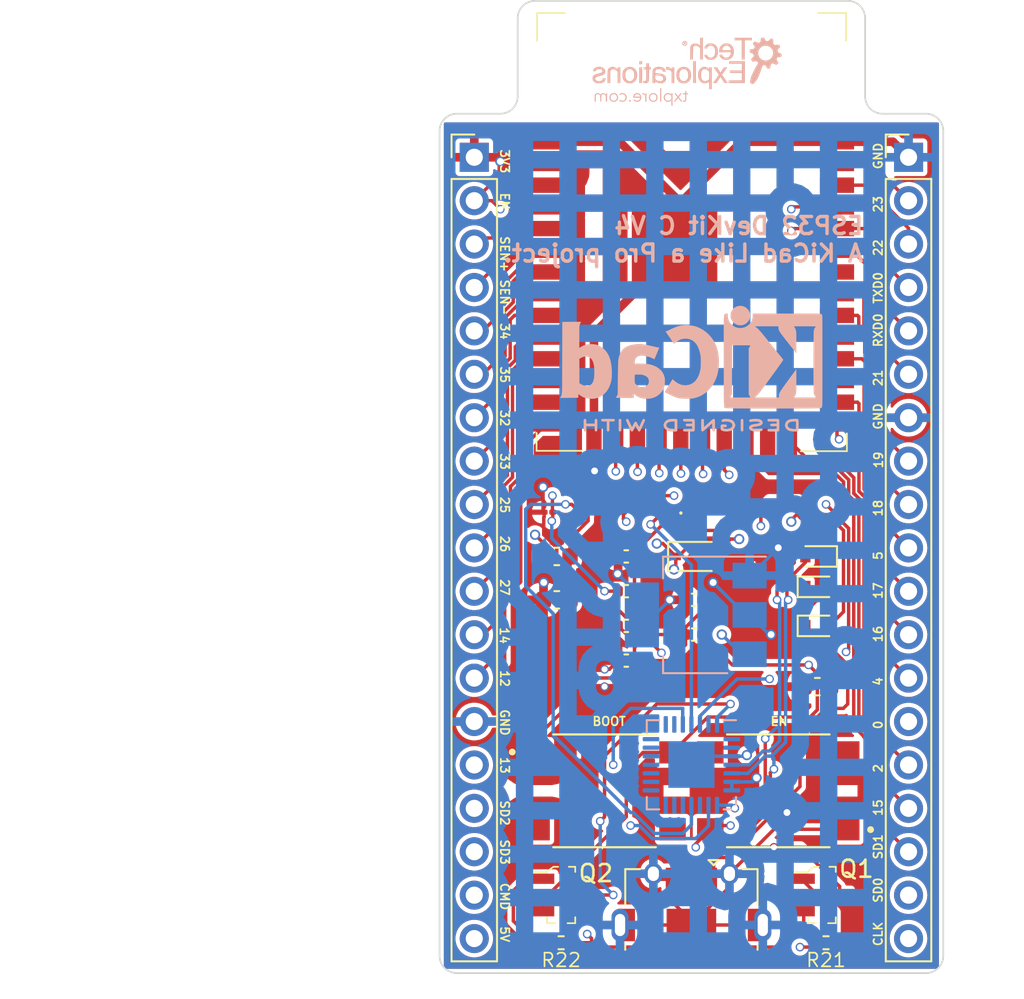
<source format=kicad_pcb>
(kicad_pcb (version 20221018) (generator pcbnew)
  (layers (0 "F.Cu" mixed) (1 "In1.Cu" mixed) (2 "In2.Cu" mixed) (31 "B.Cu" mixed) (34 "B.Paste" user) (35 "F.Paste" user) (36 "B.SilkS" user "B.Silkscreen") (37 "F.SilkS" user "F.Silkscreen") (38 "B.Mask" user) (39 "F.Mask" user) (44 "Edge.Cuts" user))
  (net 0 "")
  (net 1 "/EXT_5V")
  (net 2 "GND")
  (net 3 "/VDD33")
  (net 4 "/EN")
  (net 5 "/IO0")
  (net 6 "Net-(D1-A)")
  (net 8 "/VBUS")
  (net 9 "/USB_D_N")
  (net 10 "/USB_D_P")
  (net 11 "/IO34")
  (net 12 "/IO35")
  (net 13 "/IO32")
  (net 14 "/IO33")
  (net 15 "/IO25")
  (net 16 "/IO26")
  (net 17 "/IO27")
  (net 18 "/IO14")
  (net 19 "/IO12")
  (net 20 "/IO13")
  (net 21 "/SD2")
  (net 22 "/SD3")
  (net 23 "/CMD")
  (net 24 "/IO23")
  (net 25 "/IO22")
  (net 26 "/IO21")
  (net 27 "/IO19")
  (net 28 "/IO18")
  (net 29 "/IO5")
  (net 30 "/IO17")
  (net 31 "/IO16")
  (net 32 "/IO4")
  (net 33 "/IO2")
  (net 34 "/IO15")
  (net 35 "/SD1")
  (net 36 "/SD0")
  (net 37 "/CLK")
  (net 39 "Net-(Q1-B)")
  (net 40 "Net-(Q2-B)")
  (net 41 "/SENSOR_V+")
  (net 42 "/SENSOR_V-")
  (net 43 "/TXD0")
  (net 44 "/RXD0")
  (net 45 "/RXD")
  (net 46 "/TXD")
  (net 47 "/RTS")
  (net 48 "Net-(U1-~SUSPENDB)")
  (net 49 "/DTR")
  (net 50 "Net-(U1-~RST)")
  (net 51 "Net-(#FLG0101-pwr)")
  (net 52 "/DCD")
  (net 53 "/RI")
  (net 66 "/CTS")
  (net 67 "/DSR")
  (footprint "B3S-1000P:SW_B3S-1000P" (layer "F.Cu") (at 86.36 109.728)
    (fp_text reference "SW1" hide)
    (fp_text value "SW_Push")
  )
  (footprint "Resistor_SMD:R_01005_0402Metric" (layer "F.Cu") (at 95.91975 93.422)
    (fp_text reference "R26" hide)
    (fp_text value "47.5K(5%)")
  )
  (footprint "Capacitor_SMD:C_0402_1005Metric" (layer "F.Cu") (at 87.63 102.108)
    (fp_text reference "C22" hide)
    (fp_text value "0.1uF/50V(10%)")
  )
  (footprint "Resistor_SMD:R_01005_0402Metric" (layer "F.Cu") (at 83.079 93.422)
    (fp_text reference "R11" hide)
    (fp_text value "10K(5%)")
  )
  (footprint "Resistor_SMD:R_01005_0402Metric" (layer "F.Cu") (at 97.987375 93.422)
    (fp_text reference "R25" hide)
    (fp_text value "22.1K(5%)")
  )
  (footprint "B3S-1000P:SW_B3S-1000P" (layer "F.Cu") (at 96.52 109.728 180)
    (fp_text reference "SW2" hide)
    (fp_text value "SW_Push")
  )
  (footprint "Capacitor_SMD:C_0402_1005Metric" (layer "F.Cu") (at 87.63 100.076)
    (fp_text reference "C14" hide)
    (fp_text value "01uF/50V(10%)(NC)")
  )
  (footprint "Resistor_SMD:R_01005_0402Metric" (layer "F.Cu") (at 85.146625 93.422)
    (fp_text reference "R23" hide)
    (fp_text value "10K(5%)(NC)")
  )
  (footprint "digikey-footprints:SOT-23-3" (layer "F.Cu") (at 99.06 115.824)
    (fp_text reference "Q1")
    (fp_text value "MMSS8050-H-TP")
  )
  (footprint "Diode_SMD:D_SOD-323" (layer "F.Cu") (at 91.5765 96.012)
    (fp_text reference "D3" hide)
    (fp_text value "BAT760-7")
  )
  (footprint "Connector_PinHeader_2.54mm:PinHeader_1x19_P2.54mm_Vertical" (layer "F.Cu") (at 78.74 72.654)
    (fp_text reference "J2" hide)
    (fp_text value "Conn_01x19_Male")
  )
  (footprint "Resistor_SMD:R_0402_1005Metric" (layer "F.Cu") (at 99.314 118.618)
    (fp_text reference "R21")
    (fp_text value "10K(5%)")
  )
  (footprint "Resistor_SMD:R_01005_0402Metric" (layer "F.Cu") (at 89.281875 93.422)
    (fp_text reference "R17" hide)
    (fp_text value "0R(5%)")
  )
  (footprint "Capacitor_SMD:C_0402_1005Metric" (layer "F.Cu") (at 91.5765 98.552)
    (fp_text reference "C19" hide)
    (fp_text value "0.1uF/50V(10%)")
  )
  (footprint "Capacitor_SMD:C_0603_1608Metric" (layer "F.Cu") (at 83.566 98.552)
    (fp_text reference "C3" hide)
    (fp_text value "22uF/10V(20%)")
  )
  (footprint "Resistor_SMD:R_01005_0402Metric" (layer "F.Cu") (at 100.055 93.472)
    (fp_text reference "R18" hide)
    (fp_text value "0R(5%)")
  )
  (footprint "Resistor_SMD:R_01005_0402Metric" (layer "F.Cu") (at 93.852125 93.422)
    (fp_text reference "R2" hide)
    (fp_text value "2K(5%)")
  )
  (footprint "Connector_USB:USB_Micro-AB_Molex_47590-0001" (layer "F.Cu") (at 91.44 117.58)
    (fp_text reference "J1" hide)
    (fp_text value "USB_B_Micro")
  )
  (footprint "Capacitor_SMD:C_0402_1005Metric" (layer "F.Cu") (at 87.63 98.044)
    (fp_text reference "C9" hide)
    (fp_text value "0.1uF/50V(10%)")
  )
  (footprint "Connector_PinHeader_2.54mm:PinHeader_1x19_P2.54mm_Vertical" (layer "F.Cu") (at 104.14 72.654)
    (fp_text reference "J3" hide)
    (fp_text value "Conn_01x19_Male")
  )
  (footprint "Capacitor_SMD:C_0402_1005Metric" (layer "F.Cu") (at 91.5765 100.584)
    (fp_text reference "C15" hide)
    (fp_text value "01uF/50V(10%)(NC)")
  )
  (footprint "Capacitor_SMD:C_0603_1608Metric" (layer "F.Cu") (at 98.806 103.632)
    (fp_text reference "C21" hide)
    (fp_text value "22uF/10V(20%)")
  )
  (footprint "Resistor_SMD:R_01005_0402Metric" (layer "F.Cu") (at 87.21425 93.422)
    (fp_text reference "R24" hide)
    (fp_text value "2K(5%)")
  )
  (footprint "digikey-footprints:ESP32-WROOM-32D" (layer "F.Cu") (at 91.455 80.001)
    (fp_text reference "MOD1" hide)
    (fp_text value "ESP32-WROOM-32")
  )
  (footprint "LED_SMD:LED_0201_0603Metric" (layer "F.Cu") (at 91.6845 93.472)
    (fp_text reference "D1" hide)
    (fp_text value "RED LED")
  )
  (footprint "Diode_SMD:D_SOD-523" (layer "F.Cu") (at 98.806 97.79)
    (fp_text reference "D4" hide)
    (fp_text value "LESD5D5.0CT1G")
  )
  (footprint "Capacitor_SMD:C_0603_1608Metric" (layer "F.Cu") (at 83.566 96.012)
    (fp_text reference "C1" hide)
    (fp_text value "22uF/10V(20%)")
  )
  (footprint "Capacitor_SMD:C_0402_1005Metric" (layer "F.Cu") (at 87.63 96.012)
    (fp_text reference "C20" hide)
    (fp_text value "4.7uF/6.3V(10%)")
  )
  (footprint "digikey-footprints:SOT-23-3" (layer "F.Cu") (at 83.82 115.824)
    (fp_text reference "Q2")
    (fp_text value "MMSS8050-H-TP")
  )
  (footprint "Diode_SMD:D_SOD-523" (layer "F.Cu") (at 98.806 96.012 180)
    (fp_text reference "D5" hide)
    (fp_text value "LESD5D5.0CT1G")
  )
  (footprint "Diode_SMD:D_SOD-523" (layer "F.Cu") (at 98.806 100.076)
    (fp_text reference "D6" hide)
    (fp_text value "LESD5D5.0CT1G")
  )
  (footprint "Resistor_SMD:R_0402_1005Metric" (layer "F.Cu") (at 83.82 118.618 180)
    (fp_text reference "R22")
    (fp_text value "10K(5%)")
  )
  (footprint "Package_DFN_QFN:TQFN-28-1EP_5x5mm_P0.5mm_EP2.7x2.7mm" (layer "B.Cu") (at 91.44 108.204 180)
    (fp_text reference "U1" hide)
    (fp_text value "CP2102N-A01-GQFN28")
  )
  (footprint "Package_TO_SOT_SMD:SOT-223-3_TabPin2" (layer "B.Cu") (at 91.694 99.434 180)
    (fp_text reference "U2" hide)
    (fp_text value "AMS1117-3.3")
  )
  (footprint "DesktopLibrary:TE_Logo_11.6x4" (layer "B.Cu") (at 91.186 67.564 180)
    (fp_text reference "G1" hide)
    (fp_text value "LOGO" hide)
  )
  (footprint "Symbol:KiCad-Logo2_6mm_SilkScreen" (layer "B.Cu") (at 91.44 84.328 180)
    (fp_text reference "REF**" hide)
    (fp_text value "KiCad-Logo2_6mm_SilkScreen" hide)
  )
  (gr_line (start 105.156 120.396) (end 77.724 120.396) (stroke (width 0.1)) (layer "Edge.Cuts"))
  (gr_arc (start 106.172 119.38) (mid 105.87442 120.09842) (end 105.156 120.396) (stroke (width 0.1)) (layer "Edge.Cuts"))
  (gr_arc (start 76.708 71.12) (mid 77.00558 70.40158) (end 77.724 70.104) (stroke (width 0.1)) (layer "Edge.Cuts"))
  (gr_arc (start 105.156 70.104) (mid 105.87442 70.40158) (end 106.172 71.12) (stroke (width 0.1)) (layer "Edge.Cuts"))
  (gr_arc (start 81.28 64.516) (mid 81.57758 63.79758) (end 82.296 63.5) (stroke (width 0.1)) (layer "Edge.Cuts"))
  (gr_arc (start 81.28 69.088) (mid 80.98242 69.80642) (end 80.264 70.104) (stroke (width 0.1)) (layer "Edge.Cuts"))
  (gr_line (start 106.172 71.12) (end 106.172 119.38) (stroke (width 0.1)) (layer "Edge.Cuts"))
  (gr_line (start 76.708 119.38) (end 76.708 71.12) (stroke (width 0.1)) (layer "Edge.Cuts"))
  (gr_line (start 101.6 64.516) (end 101.6 69.088) (stroke (width 0.1)) (layer "Edge.Cuts"))
  (gr_line (start 81.28 69.088) (end 81.28 64.516) (stroke (width 0.1)) (layer "Edge.Cuts"))
  (gr_line (start 82.296 63.5) (end 100.584 63.5) (stroke (width 0.1)) (layer "Edge.Cuts"))
  (gr_arc (start 77.724 120.396) (mid 77.00558 120.09842) (end 76.708 119.38) (stroke (width 0.1)) (layer "Edge.Cuts"))
  (gr_arc (start 100.584 63.5) (mid 101.30242 63.79758) (end 101.6 64.516) (stroke (width 0.1)) (layer "Edge.Cuts"))
  (gr_arc (start 102.616 70.104) (mid 101.89758 69.80642) (end 101.6 69.088) (stroke (width 0.1)) (layer "Edge.Cuts"))
  (gr_line (start 77.724 70.104) (end 80.264 70.104) (stroke (width 0.1)) (layer "Edge.Cuts"))
  (gr_line (start 102.616 70.104) (end 105.156 70.104) (stroke (width 0.1)) (layer "Edge.Cuts"))
  (gr_text "ESP32 DevKit C V4\nA KiCad Like a Pro project." (at 101.6 77.47) (layer "B.SilkS") (effects (font (size 1 1) (thickness 0.2)) (justify left mirror)))
  (gr_text "23" (at 102.362 75.946 90) (layer "F.SilkS") (effects (font (size 0.5 0.5) (thickness 0.1)) (justify left)))
  (gr_text "16" (at 102.362 101.092 90) (layer "F.SilkS") (effects (font (size 0.5 0.5) (thickness 0.1)) (justify left)))
  (gr_text "19" (at 102.385189 90.907912 90) (layer "F.SilkS") (effects (font (size 0.5 0.5) (thickness 0.1)) (justify left)))
  (gr_text "SD3" (at 80.518 112.522 270) (layer "F.SilkS") (effects (font (size 0.5 0.5) (thickness 0.1)) (justify left)))
  (gr_text "4" (at 102.362 103.632001 90) (layer "F.SilkS") (effects (font (size 0.5 0.5) (thickness 0.1)) (justify left)))
  (gr_text "SEN+" (at 80.518 77.216 270) (layer "F.SilkS") (effects (font (size 0.5 0.5) (thickness 0.1)) (justify left)))
  (gr_text "EN" (at 80.518 74.676 270) (layer "F.SilkS") (effects (font (size 0.5 0.5) (thickness 0.1)) (justify left)))
  (gr_text "33" (at 80.518 89.916 270) (layer "F.SilkS") (effects (font (size 0.5 0.5) (thickness 0.1)) (justify left)))
  (gr_text "34" (at 80.518 82.296 270) (layer "F.SilkS") (effects (font (size 0.5 0.5) (thickness 0.1)) (justify left)))
  (gr_text "CMD" (at 80.518 115.062 270) (layer "F.SilkS") (effects (font (size 0.5 0.5) (thickness 0.1)) (justify left)))
  (gr_text "3V3" (at 80.518 72.136 270) (layer "F.SilkS") (effects (font (size 0.5 0.5) (thickness 0.1)) (justify left)))
  (gr_text "26" (at 80.518 94.742 270) (layer "F.SilkS") (effects (font (size 0.5 0.5) (thickness 0.1)) (justify left)))
  (gr_text "SD1" (at 102.362 113.791999 90) (layer "F.SilkS") (effects (font (size 0.5 0.5) (thickness 0.1)) (justify left)))
  (gr_text "12" (at 80.518 102.616 270) (layer "F.SilkS") (effects (font (size 0.5 0.5) (thickness 0.1)) (justify left)))
  (gr_text "SEN-" (at 80.518 79.756 270) (layer "F.SilkS") (effects (font (size 0.5 0.5) (thickness 0.1)) (justify left)))
  (gr_text "2" (at 102.362 108.712 90) (layer "F.SilkS") (effects (font (size 0.5 0.5) (thickness 0.1)) (justify left)))
  (gr_text "EN" (at 96.012 105.664) (layer "F.SilkS") (effects (font (size 0.5 0.5) (thickness 0.1)) (justify left)))
  (gr_text "35" (at 80.518 84.836 270) (layer "F.SilkS") (effects (font (size 0.5 0.5) (thickness 0.1)) (justify left)))
  (gr_text "18" (at 102.362 93.726 90) (layer "F.SilkS") (effects (font (size 0.5 0.5) (thickness 0.1)) (justify left)))
  (gr_text "22" (at 102.362 78.485999 90) (layer "F.SilkS") (effects (font (size 0.5 0.5) (thickness 0.1)) (justify left)))
  (gr_text "SD0" (at 102.362 116.332 90) (layer "F.SilkS") (effects (font (size 0.5 0.5) (thickness 0.1)) (justify left)))
  (gr_text "17" (at 102.362 98.552 90) (layer "F.SilkS") (effects (font (size 0.5 0.5) (thickness 0.1)) (justify left)))
  (gr_text "GND" (at 102.362 73.406 90) (layer "F.SilkS") (effects (font (size 0.5 0.5) (thickness 0.1)) (justify left)))
  (gr_text "25" (at 80.518 92.456 270) (layer "F.SilkS") (effects (font (size 0.5 0.5) (thickness 0.1)) (justify left)))
  (gr_text "BOOT" (at 85.598 105.664) (layer "F.SilkS") (effects (font (size 0.5 0.5) (thickness 0.1)) (justify left)))
  (gr_text "21" (at 102.362 86.106 90) (layer "F.SilkS") (effects (font (size 0.5 0.5) (thickness 0.1)) (justify left)))
  (gr_text "CLK" (at 102.362 118.872 90) (layer "F.SilkS") (effects (font (size 0.5 0.5) (thickness 0.1)) (justify left)))
  (gr_text "13" (at 80.518 107.696 270) (layer "F.SilkS") (effects (font (size 0.5 0.5) (thickness 0.1)) (justify left)))
  (gr_text "GND" (at 102.362 88.646 90) (layer "F.SilkS") (effects (font (size 0.5 0.5) (thickness 0.1)) (justify left)))
  (gr_text "15" (at 102.362 111.252 90) (layer "F.SilkS") (effects (font (size 0.5 0.5) (thickness 0.1)) (justify left)))
  (gr_text "0" (at 102.362 106.172 90) (layer "F.SilkS") (effects (font (size 0.5 0.5) (thickness 0.1)) (justify left)))
  (gr_text "SD2" (at 80.518 110.236 270) (layer "F.SilkS") (effects (font (size 0.5 0.5) (thickness 0.1)) (justify left)))
  (gr_text "5" (at 102.362 96.266 90) (layer "F.SilkS") (effects (font (size 0.5 0.5) (thickness 0.1)) (justify left)))
  (gr_text "GND" (at 80.518 104.902 270) (layer "F.SilkS") (effects (font (size 0.5 0.5) (thickness 0.1)) (justify left)))
  (gr_text "32" (at 80.518 87.376 270) (layer "F.SilkS") (effects (font (size 0.5 0.5) (thickness 0.1)) (justify left)))
  (gr_text "14" (at 80.494811 100.100087 270) (layer "F.SilkS") (effects (font (size 0.5 0.5) (thickness 0.1)) (justify left)))
  (gr_text "27" (at 80.518 97.282 270) (layer "F.SilkS") (effects (font (size 0.5 0.5) (thickness 0.1)) (justify left)))
  (gr_text "5V" (at 80.518 117.602 270) (layer "F.SilkS") (effects (font (size 0.5 0.5) (thickness 0.1)) (justify left)))
  (gr_text "TXD0" (at 102.362 81.28 90) (layer "F.SilkS") (effects (font (size 0.5 0.5) (thickness 0.1)) (justify left)))
  (gr_text "RXD0" (at 102.362 83.82 90) (layer "F.SilkS") (effects (font (size 0.5 0.5) (thickness 0.1)) (justify left)))
  (segment (start 90.5265 96.012) (end 90.5265 96.6715) (width 0.2) (layer "F.Cu") (net 1))
  (segment (start 82.791 95.237) (end 82.296 94.742) (width 0.2) (layer "F.Cu") (net 1))
  (segment (start 89.415556 95.257556) (end 89.772056 95.257556) (width 0.2) (layer "F.Cu") (net 1))
  (segment (start 82.791 96.012) (end 82.791 95.237) (width 0.2) (layer "F.Cu") (net 1))
  (segment (start 89.772056 95.257556) (end 90.5265 96.012) (width 0.2) (layer "F.Cu") (net 1))
  (segment (start 90.5265 96.012) (end 90.678 96.012) (width 0.2) (layer "F.Cu") (net 1))
  (segment (start 93.218 94.488) (end 93.602125 94.103875) (width 0.2) (layer "F.Cu") (net 1))
  (segment (start 90.5265 96.6715) (end 90.424 96.774) (width 0.2) (layer "F.Cu") (net 1))
  (segment (start 93.602125 94.103875) (end 93.602125 93.422) (width 0.2) (layer "F.Cu") (net 1))
  (segment (start 90.678 96.012) (end 92.202 94.488) (width 0.2) (layer "F.Cu") (net 1))
  (segment (start 92.202 94.488) (end 93.218 94.488) (width 0.2) (layer "F.Cu") (net 1))
  (via (at 90.424 96.774) (size 0.6) (drill 0.4) (layers "F.Cu" "B.Cu") (net 1))
  (via (at 82.296 94.742) (size 0.6) (drill 0.4) (layers "F.Cu" "B.Cu") (net 1))
  (via (at 93.218 100.584) (size 0.6) (drill 0.4) (layers "F.Cu" "B.Cu") (net 1))
  (via (at 89.415556 95.257556) (size 0.6) (drill 0.4) (layers "F.Cu" "B.Cu") (net 1))
  (segment (start 94.844 101.734) (end 94.368 101.734) (width 0.2) (layer "B.Cu") (net 1))
  (segment (start 94.368 101.734) (end 93.218 100.584) (width 0.2) (layer "B.Cu") (net 1))
  (segment (start 96.52 94.996) (end 96.774 94.742) (width 0.2) (layer "F.Cu") (net 2))
  (segment (start 88.646 98.044) (end 88.11 98.044) (width 0.2) (layer "F.Cu") (net 2))
  (segment (start 88.11 101.374) (end 88.138 101.346) (width 0.2) (layer "F.Cu") (net 2))
  (segment (start 96.556 111.978) (end 96.267 111.978) (width 0.2) (layer "F.Cu") (net 2))
  (segment (start 91.0965 100.1655) (end 91.0965 100.584) (width 0.2) (layer "F.Cu") (net 2))
  (segment (start 89.154 98.552) (end 88.646 98.044) (width 0.2) (layer "F.Cu") (net 2))
  (segment (start 92.0565 99.2055) (end 91.0965 100.1655) (width 0.2) (layer "F.Cu") (net 2))
  (segment (start 99.506 97.79) (end 99.506 96.012) (width 0.2) (layer "F.Cu") (net 2))
  (segment (start 78.74 105.674) (end 81.544 105.674) (width 0.2) (layer "F.Cu") (net 2))
  (segment (start 99.506 95.696) (end 98.552 94.742) (width 0.2) (layer "F.Cu") (net 2))
  (segment (start 91.44 117.58) (end 95.1775 117.58) (width 0.2) (layer "F.Cu") (net 2))
  (segment (start 98.106 99.252) (end 99.506 97.852) (width 0.2) (layer "F.Cu") (net 2))
  (segment (start 98.106 100.076) (end 98.106 99.252) (width 0.2) (layer "F.Cu") (net 2))
  (segment (start 85.74 90.9724) (end 85.7758 91.0082) (width 0.2) (layer "F.Cu") (net 2))
  (segment (start 87.24 71.746) (end 90.455 74.961) (width 0.5) (layer "F.Cu") (net 2))
  (segment (start 87.7025 117.58) (end 87.265 117.58) (width 0.2) (layer "F.Cu") (net 2))
  (segment (start 94.683379 107.637379) (end 94.624758 107.696) (width 0.2) (layer "F.Cu") (net 2))
  (segment (start 85.74 89.256) (end 85.74 82.961) (width 0.5) (layer "F.Cu") (net 2))
  (segment (start 88.138 101.064) (end 87.15 100.076) (width 0.2) (layer "F.Cu") (net 2))
  (segment (start 99.581 101.867) (end 98.106 100.392) (width 0.2) (layer "F.Cu") (net 2))
  (segment (start 98.106 100.392) (end 98.106 100.076) (width 0.2) (layer "F.Cu") (net 2))
  (segment (start 104.14 72.654) (end 103.232 71.746) (width 0.5) (layer "F.Cu") (net 2))
  (segment (start 92.0565 98.552) (end 92.0565 99.2055) (width 0.2) (layer "F.Cu") (net 2))
  (segment (start 89.54 114.905) (end 89.215 114.58) (width 0.2) (layer "F.Cu") (net 2))
  (segment (start 90.6025 94.234) (end 91.3645 93.472) (width 0.2) (layer "F.Cu") (net 2))
  (segment (start 88.11 102.108) (end 88.11 102.39) (width 0.2) (layer "F.Cu") (net 2))
  (segment (start 91.44 117.348) (end 90.14 116.048) (width 0.2) (layer "F.Cu") (net 2))
  (segment (start 87.376 103.124) (end 84.862 103.124) (width 0.2) (layer "F.Cu") (net 2))
  (segment (start 88.11 102.108) (end 90.17 102.108) (width 0.2) (layer "F.Cu") (net 2))
  (segment (start 84.341 103.645) (end 84.341 98.552) (width 0.2) (layer "F.Cu") (net 2))
  (segment (start 90.455 75.661) (end 90.455 78.246) (width 0.2) (layer "F.Cu") (net 2))
  (segment (start 90.14 114.905) (end 89.54 114.905) (width 0.2) (layer "F.Cu") (net 2))
  (segment (start 84.341 96.012) (end 84.341 94.983) (width 0.2) (layer "F.Cu") (net 2))
  (segment (start 91.0965 101.1815) (end 91.0965 100.584) (width 0.2) (layer "F.Cu") (net 2))
  (segment (start 84.341 104.635) (end 84.341 103.645) (width 0.2) (layer "F.Cu") (net 2))
  (segment (start 96.267 111.978) (end 93.665 114.58) (width 0.2) (layer "F.Cu") (net 2))
  (segment (start 99.581 103.632) (end 99.581 101.867) (width 0.2) (layer "F.Cu") (net 2))
  (segment (start 81.544 105.674) (end 82.385 106.515) (width 0.2) (layer "F.Cu") (net 2))
  (segment (start 94.37 71.746) (end 90.455 75.661) (width 0.5) (layer "F.Cu") (net 2))
  (segment (start 89.154 100.33) (end 89.154 98.552) (width 0.2) (layer "F.Cu") (net 2))
  (segment (start 84.341 94.983) (end 85.396625 93.927375) (width 0.2) (layer "F.Cu") (net 2))
  (segment (start 88.11 96.012) (end 88.11 95.786) (width 0.2) (layer "F.Cu") (net 2))
  (segment (start 99.955 71.746) (end 94.37 71.746) (width 0.5) (layer "F.Cu") (net 2))
  (segment (start 82.385 106.515) (end 82.385 106.591) (width 0.2) (layer "F.Cu") (net 2))
  (segment (start 97.028 110.998) (end 97.028 111.506) (width 0.2) (layer "F.Cu") (net 2))
  (segment (start 99.506 97.852) (end 99.506 97.79) (width 0.2) (layer "F.Cu") (net 2))
  (segment (start 88.11 102.39) (end 87.376 103.124) (width 0.2) (layer "F.Cu") (net 2))
  (segment (start 89.408 100.584) (end 89.154 100.33) (width 0.2) (layer "F.Cu") (net 2))
  (segment (start 100.495 111.978) (end 96.267 111.978) (width 0.2) (layer "F.Cu") (net 2))
  (segment (start 84.341 96.012) (end 84.341 98.552) (width 0.2) (layer "F.Cu") (net 2))
  (segment (start 85.74 89.256) (end 85.74 90.9724) (width 0.2) (layer "F.Cu") (net 2))
  (segment (start 89.662 94.234) (end 90.6025 94.234) (width 0.2) (layer "F.Cu") (net 2))
  (segment (start 96.52 95.504) (end 96.52 94.996) (width 0.2) (layer "F.Cu") (net 2))
  (segment (start 99.506 96.012) (end 99.506 95.696) (width 0.2) (layer "F.Cu") (net 2))
  (segment (start 96.266 93.726) (end 96.16975 93.62975) (width 0.2) (layer "F.Cu") (net 2))
  (segment (start 97.028 111.506) (end 96.556 111.978) (width 0.2) (layer "F.Cu") (net 2))
  (segment (start 91.44 117.58) (end 93.665 115.355) (width 0.2) (layer "F.Cu") (net 2))
  (segment (start 90.17 102.108) (end 91.0965 101.1815) (width 0.2) (layer "F.Cu") (net 2))
  (segment (start 82.385 106.591) (end 84.341 104.635) (width 0.2) (layer "F.Cu") (net 2))
  (segment (start 90.14 116.048) (end 90.14 114.905) (width 0.2) (layer "F.Cu") (net 2))
  (segment (start 85.396625 93.927375) (end 85.396625 93.422) (width 0.2) (layer "F.Cu") (net 2))
  (segment (start 88.11 102.108) (end 88.11 101.374) (width 0.2) (layer "F.Cu") (net 2))
  (segment (start 85.74 82.961) (end 90.455 78.246) (width 0.5) (layer "F.Cu") (net 2))
  (segment (start 95.615 117.58) (end 95.1775 117.58) (width 0.2) (layer "F.Cu") (net 2))
  (segment (start 91.44 117.58) (end 91.44 117.348) (width 0.2) (layer "F.Cu") (net 2))
  (segment (start 82.385 107.478) (end 82.385 106.591) (width 0.2) (layer "F.Cu") (net 2))
  (segment (start 88.11 95.786) (end 89.662 94.234) (width 0.2) (layer "F.Cu") (net 2))
  (segment (start 91.44 117.58) (end 87.7025 117.58) (width 0.2) (layer "F.Cu") (net 2))
  (segment (start 82.955 71.746) (end 87.24 71.746) (width 0.5) (layer "F.Cu") (net 2))
  (segment (start 90.455 74.961) (end 90.455 78.246) (width 0.5) (layer "F.Cu") (net 2))
  (segment (start 88.138 101.346) (end 88.138 101.064) (width 0.2) (layer "F.Cu") (net 2))
  (segment (start 91.0965 100.584) (end 89.408 100.584) (width 0.2) (layer "F.Cu") (net 2))
  (segment (start 96.266 94.234) (end 96.266 93.726) (width 0.2) (layer "F.Cu") (net 2))
  (segment (start 103.232 71.746) (end 99.955 71.746) (width 0.5) (layer "F.Cu") (net 2))
  (segment (start 96.774 94.742) (end 96.266 94.234) (width 0.2) (layer "F.Cu") (net 2))
  (segment (start 93.665 115.355) (end 93.665 114.58) (width 0.2) (layer "F.Cu") (net 2))
  (segment (start 84.862 103.124) (end 84.341 103.645) (width 0.2) (layer "F.Cu") (net 2))
  (segment (start 98.552 94.742) (end 96.774 94.742) (width 0.2) (layer "F.Cu") (net 2))
  (segment (start 96.16975 93.62975) (end 96.16975 93.422) (width 0.2) (layer "F.Cu") (net 2))
  (segment (start 88.11 96.012) (end 88.11 98.044) (width 0.2) (layer "F.Cu") (net 2))
  (via (at 96.52 95.504) (size 0.6) (drill 0.4) (layers "F.Cu" "B.Cu") (net 2))
  (via (at 97.028 110.998) (size 0.6) (drill 0.4) (layers "F.Cu" "B.Cu") (net 2))
  (via (at 85.7758 91.0082) (size 0.6) (drill 0.4) (layers "F.Cu" "B.Cu") (net 2))
  (via (at 94.683379 107.637379) (size 0.6) (drill 0.4) (layers "F.Cu" "B.Cu") (net 2))
  (segment (start 91.94 107.704) (end 91.44 108.204) (width 0.2) (layer "B.Cu") (net 2))
  (segment (start 93.8025 107.704) (end 91.94 107.704) (width 0.2) (layer "B.Cu") (net 2))
  (segment (start 94.844 97.134) (end 94.89 97.134) (width 0.2) (layer "B.Cu") (net 2))
  (segment (start 93.8025 107.704) (end 94.616758 107.704) (width 0.2) (layer "B.Cu") (net 2))
  (segment (start 94.89 97.134) (end 96.52 95.504) (width 0.2) (layer "B.Cu") (net 2))
  (segment (start 94.616758 107.704) (end 94.683379 107.637379) (width 0.2) (layer "B.Cu") (net 2))
  (segment (start 83.534022 73.016) (end 84.836 74.317978) (width 0.2) (layer "F.Cu") (net 3))
  (segment (start 82.829 93.422) (end 82.829 93.701) (width 0.2) (layer "F.Cu") (net 3))
  (segment (start 84.836 91.44) (end 85.852 92.456) (width 0.2) (layer "F.Cu") (net 3))
  (segment (start 86.96425 95.82625) (end 86.96425 93.422) (width 0.2) (layer "F.Cu") (net 3))
  (segment (start 87.122 96.04) (end 87.15 96.012) (width 0.2) (layer "F.Cu") (net 3))
  (segment (start 90.17 98.552) (end 91.0965 98.552) (width 0.2) (layer "F.Cu") (net 3))
  (segment (start 86.36 103.632) (end 98.031 103.632) (width 0.2) (layer "F.Cu") (net 3))
  (segment (start 82.955 73.016) (end 83.534022 73.016) (width 0.2) (layer "F.Cu") (net 3))
  (segment (start 85.852 100.81) (end 87.15 102.108) (width 0.2) (layer "F.Cu") (net 3))
  (segment (start 85.852 92.456) (end 85.852 100.81) (width 0.2) (layer "F.Cu") (net 3))
  (segment (start 84.836 74.317978) (end 84.836 91.44) (width 0.2) (layer "F.Cu") (net 3))
  (segment (start 82.804 94.742) (end 83.566 95.504) (width 0.2) (layer "F.Cu") (net 3))
  (segment (start 82.804 93.726) (end 82.804 94.742) (width 0.2) (layer "F.Cu") (net 3))
  (segment (start 91.0965 98.1335) (end 91.694 97.536) (width 0.2) (layer "F.Cu") (net 3))
  (segment (start 82.829 93.701) (end 82.804 93.726) (width 0.2) (layer "F.Cu") (net 3))
  (segment (start 83.566 96.774) (end 82.804 97.536) (width 0.2) (layer "F.Cu") (net 3))
  (segment (start 80.02 72.654) (end 80.264 72.898) (width 0.2) (layer "F.Cu") (net 3))
  (segment (start 82.7625 91.948) (end 82.7625 93.3555) (width 0.2) (layer "F.Cu") (net 3))
  (segment (start 83.566 95.504) (end 83.566 96.774) (width 0.2) (layer "F.Cu") (net 3))
  (segment (start 82.791 98.552) (end 82.791 97.549) (width 0.2) (layer "F.Cu") (net 3))
  (segment (start 91.694 97.536) (end 92.71 97.536) (width 0.2) (layer "F.Cu") (net 3))
  (segment (start 82.7625 93.3555) (end 82.829 93.422) (width 0.2) (layer "F.Cu") (net 3))
  (segment (start 87.122 97.028) (end 87.122 96.04) (width 0.2) (layer "F.Cu") (net 3))
  (segment (start 78.74 72.654) (end 80.02 72.654) (width 0.2) (layer "F.Cu") (net 3))
  (segment (start 82.791 97.549) (end 82.804 97.536) (width 0.2) (layer "F.Cu") (net 3))
  (segment (start 86.36 102.616) (end 86.642 102.616) (width 0.2) (layer "F.Cu") (net 3))
  (segment (start 86.642 102.616) (end 87.15 102.108) (width 0.2) (layer "F.Cu") (net 3))
  (segment (start 91.0965 98.552) (end 91.0965 98.1335) (width 0.2) (layer "F.Cu") (net 3))
  (segment (start 87.15 96.012) (end 86.96425 95.82625) (width 0.2) (layer "F.Cu") (net 3))
  (via (at 92.71 97.536) (size 0.6) (drill 0.4) (layers "F.Cu" "B.Cu") (net 3))
  (via (at 90.17 98.552) (size 0.6) (drill 0.4) (layers "F.Cu" "B.Cu") (net 3))
  (via (at 82.804 97.536) (size 0.6) (drill 0.4) (layers "F.Cu" "B.Cu") (net 3))
  (via (at 86.36 103.632) (size 0.5) (drill 0.35) (layers "F.Cu" "B.Cu") (net 3))
  (via (at 82.7625 91.948) (size 0.6) (drill 0.4) (layers "F.Cu" "B.Cu") (net 3))
  (via (at 86.36 102.616) (size 0.5) (drill 0.35) (layers "F.Cu" "B.Cu") (net 3))
  (via (at 95.25 108.966) (size 0.6) (drill 0.4) (layers "F.Cu" "B.Cu") (net 3))
  (via (at 80.264 72.898) (size 0.6) (drill 0.4) (layers "F.Cu" "B.Cu") (net 3))
  (via (at 96.0995 100.584) (size 0.6) (drill 0.4) (layers "F.Cu" "B.Cu") (net 3))
  (via (at 87.122 97.028) (size 0.6) (drill 0.4) (layers "F.Cu" "B.Cu") (net 3))
  (segment (start 88.544 99.434) (end 89.288 99.434) (width 0.2) (layer "B.Cu") (net 3))
  (segment (start 89.288 99.434) (end 90.17 98.552) (width 0.2) (layer "B.Cu") (net 3))
  (segment (start 94.844 99.434) (end 94.608 99.434) (width 0.2) (layer "B.Cu") (net 3))
  (segment (start 88.544 98.45) (end 87.122 97.028) (width 0.2) (layer "B.Cu") (net 3))
  (segment (start 95.012 109.204) (end 95.25 108.966) (width 0.2) (layer "B.Cu") (net 3))
  (segment (start 96.0995 100.584) (end 95.994 100.584) (width 0.2) (layer "B.Cu") (net 3))
  (segment (start 93.8025 109.204) (end 95.012 109.204) (width 0.2) (layer "B.Cu") (net 3))
  (segment (start 88.544 99.434) (end 88.544 98.45) (width 0.2) (layer "B.Cu") (net 3))
  (segment (start 93.8025 109.704) (end 93.8025 109.204) (width 0.2) (layer "B.Cu") (net 3))
  (segment (start 95.994 100.584) (end 94.844 99.434) (width 0.2) (layer "B.Cu") (net 3))
  (segment (start 94.608 99.434) (end 92.71 97.536) (width 0.2) (layer "B.Cu") (net 3))
  (segment (start 97.816 113.03) (end 96.266 113.03) (width 0.2) (layer "F.Cu") (net 4))
  (segment (start 91.694 112.829) (end 92.545 111.978) (width 0.2) (layer "F.Cu") (net 4))
  (segment (start 83.329 93.422) (end 83.329 93.885354) (width 0.2) (layer "F.Cu") (net 4))
  (segment (start 92.763 111.76) (end 92.545 111.978) (width 0.2) (layer "F.Cu") (net 4))
  (segment (start 100.11 115.824) (end 100.11 115.324) (width 0.2) (layer "F.Cu") (net 4))
  (segment (start 91.694 113.03) (end 91.694 112.829) (width 0.2) (layer "F.Cu") (net 4))
  (segment (start 87.15 98.044) (end 87.15 99.116) (width 0.2) (layer "F.Cu") (net 4))
  (segment (start 88.11 100.077754) (end 89.685723 101.653477) (width 0.2) (layer "F.Cu") (net 4))
  (segment (start 87.15 99.116) (end 88.11 100.076) (width 0.2) (layer "F.Cu") (net 4))
  (segment (start 88.11 100.076) (end 88.11 100.077754) (width 0.2) (layer "F.Cu") (net 4))
  (segment (start 78.74 75.194) (end 79.766 75.194) (width 0.2) (layer "F.Cu") (net 4))
  (segment (start 93.726 111.76) (end 92.763 111.76) (width 0.2) (layer "F.Cu") (net 4))
  (segment (start 83.312 93.405) (end 83.329 93.422) (width 0.2) (layer "F.Cu") (net 4))
  (segment (start 82.955 74.286) (end 79.648 74.286) (width 0.2) (layer "F.Cu") (net 4))
  (segment (start 83.329 93.885354) (end 83.273177 93.941177) (width 0.2) (layer "F.Cu") (net 4))
  (segment (start 79.766 75.194) (end 80.264 75.692) (width 0.2) (layer "F.Cu") (net 4))
  (segment (start 100.11 115.324) (end 97.816 113.03) (width 0.2) (layer "F.Cu") (net 4))
  (segment (start 83.312 92.456) (end 83.312 93.405) (width 0.2) (layer "F.Cu") (net 4))
  (segment (start 79.648 74.286) (end 78.74 75.194) (width 0.2) (layer "F.Cu") (net 4))
  (segment (start 87.15 98.044) (end 86.36 98.044) (width 0.2) (layer "F.Cu") (net 4))
  (via (at 83.312 92.456) (size 0.5) (drill 0.35) (layers "F.Cu" "B.Cu") (net 4))
  (via (at 80.264 75.692) (size 0.5) (drill 0.35) (layers "F.Cu" "B.Cu") (net 4))
  (via (at 89.685723 101.653477) (size 0.5) (drill 0.35) (layers "F.Cu" "B.Cu") (net 4))
  (via (at 93.726 111.76) (size 0.5) (drill 0.35) (layers "F.Cu" "B.Cu") (net 4))
  (via (at 86.36 98.044) (size 0.5) (drill 0.35) (layers "F.Cu" "B.Cu") (net 4))
  (via (at 83.273177 93.941177) (size 0.5) (drill 0.35) (layers "F.Cu" "B.Cu") (net 4))
  (via (at 91.694 113.03) (size 0.5) (drill 0.35) (layers "F.Cu" "B.Cu") (net 4))
  (via blind (at 96.266 113.03) (size 0.5) (drill 0.35) (layers "F.Cu" "In1.Cu") (net 4))
  (segment (start 83.273177 93.941177) (end 83.273177 94.957177) (width 0.2) (layer "B.Cu") (net 4))
  (segment (start 83.273177 94.957177) (end 86.36 98.044) (width 0.2) (layer "B.Cu") (net 4))
  (segment (start 82.77 116.774) (end 82.77 116.112) (width 0.2) (layer "F.Cu") (net 5))
  (segment (start 90.335 107.478) (end 92.403 105.41) (width 0.2) (layer "F.Cu") (net 5))
  (segment (start 98.806 102.87) (end 98.298 102.362) (width 0.2) (layer "F.Cu") (net 5))
  (segment (start 88.61 107.478) (end 90.335 107.478) (width 0.2) (layer "F.Cu") (net 5))
  (segment (start 99.955 88.256) (end 99.955 89.033) (width 0.2) (layer "F.Cu") (net 5))
  (segment (start 98.806 104.986414) (end 98.806 102.87) (width 0.2) (layer "F.Cu") (net 5))
  (segment (start 99.955 89.033) (end 100.076 89.154) (width 0.2) (layer "F.Cu") (net 5))
  (segment (start 92.0565 100.584) (end 93.8345 102.362) (width 0.2) (layer "F.Cu") (net 5))
  (segment (start 82.77 116.112) (end 87.63 111.252) (width 0.2) (layer "F.Cu") (net 5))
  (segment (start 93.8345 102.362) (end 98.298 102.362) (width 0.2) (layer "F.Cu") (net 5))
  (segment (start 92.403 105.41) (end 98.382414 105.41) (width 0.2) (layer "F.Cu") (net 5))
  (segment (start 98.382414 105.41) (end 98.806 104.986414) (width 0.2) (layer "F.Cu") (net 5))
  (segment (start 87.63 108.458) (end 88.61 107.478) (width 0.2) (layer "F.Cu") (net 5))
  (segment (start 87.63 111.252) (end 87.63 108.458) (width 0.2) (layer "F.Cu") (net 5))
  (via (at 98.298 102.362) (size 0.5) (drill 0.35) (layers "F.Cu" "B.Cu") (net 5))
  (via (at 100.076 89.154) (size 0.5) (drill 0.35) (layers "F.Cu" "B.Cu") (net 5))
  (segment (start 92.202 93.472) (end 92.964 92.71) (width 0.2) (layer "F.Cu") (net 6))
  (segment (start 92.964 92.71) (end 93.98 92.71) (width 0.2) (layer "F.Cu") (net 6))
  (segment (start 93.98 92.71) (end 94.102125 92.832125) (width 0.2) (layer "F.Cu") (net 6))
  (segment (start 94.102125 92.832125) (end 94.102125 93.422) (width 0.2) (layer "F.Cu") (net 6))
  (segment (start 92.0045 93.472) (end 92.202 93.472) (width 0.2) (layer "F.Cu") (net 6))
  (segment (start 97.737375 93.673375) (end 98.044 93.98) (width 0.2) (layer "F.Cu") (net 8))
  (segment (start 93.472 95.25) (end 93.726 94.996) (width 0.2) (layer "F.Cu") (net 8))
  (segment (start 97.282 93.98) (end 97.282 93.877375) (width 0.2) (layer "F.Cu") (net 8))
  (segment (start 100.584 102.362) (end 99.506 101.284) (width 0.2) (layer "F.Cu") (net 8))
  (segment (start 97.79 106.426) (end 99.314 104.902) (width 0.2) (layer "F.Cu") (net 8))
  (segment (start 99.314 104.902) (end 100.33 104.902) (width 0.2) (layer "F.Cu") (net 8))
  (segment (start 97.282 93.877375) (end 97.737375 93.422) (width 0.2) (layer "F.Cu") (net 8))
  (segment (start 98.044 93.98) (end 99.822 93.98) (width 0.2) (layer "F.Cu") (net 8))
  (segment (start 99.822 93.98) (end 100.33628 94.49428) (width 0.2) (layer "F.Cu") (net 8))
  (segment (start 92.74 114.905) (end 92.74 113.931586) (width 0.2) (layer "F.Cu") (net 8))
  (segment (start 92.6265 96.012) (end 92.71 96.012) (width 0.2) (layer "F.Cu") (net 8))
  (segment (start 93.042546 113.62904) (end 93.63496 113.62904) (width 0.2) (layer "F.Cu") (net 8))
  (segment (start 92.74 113.931586) (end 93.042546 113.62904) (width 0.2) (layer "F.Cu") (net 8))
  (segment (start 100.33 104.902) (end 100.584 104.648) (width 0.2) (layer "F.Cu") (net 8))
  (segment (start 97.737375 93.422) (end 97.737375 93.673375) (width 0.2) (layer "F.Cu") (net 8))
  (segment (start 93.726 94.996) (end 94.234 94.996) (width 0.2) (layer "F.Cu") (net 8))
  (segment (start 92.71 96.012) (end 93.472 95.25) (width 0.2) (layer "F.Cu") (net 8))
  (segment (start 93.63496 113.62904) (end 97.79 109.474) (width 0.2) (layer "F.Cu") (net 8))
  (segment (start 100.33628 94.49428) (end 100.33628 99.24572) (width 0.2) (layer "F.Cu") (net 8))
  (segment (start 100.33628 99.24572) (end 99.506 100.076) (width 0.2) (layer "F.Cu") (net 8))
  (segment (start 100.584 104.648) (end 100.584 102.362) (width 0.2) (layer "F.Cu") (net 8))
  (segment (start 99.506 101.284) (end 99.506 100.076) (width 0.2) (layer "F.Cu") (net 8))
  (segment (start 97.79 109.474) (end 97.79 106.426) (width 0.2) (layer "F.Cu") (net 8))
  (via (at 97.282 93.98) (size 0.6) (drill 0.4) (layers "F.Cu" "B.Cu") (net 8))
  (via (at 94.234 94.996) (size 0.6) (drill 0.4) (layers "F.Cu" "B.Cu") (net 8))
  (segment (start 96.05752 108.66648) (end 96.05752 110.782894) (width 0.2) (layer "F.Cu") (net 9))
  (segment (start 97.028 98.481) (end 97.099 98.552) (width 0.2) (layer "F.Cu") (net 9))
  (segment (start 93.510894 113.32952) (end 92.91848 113.32952) (width 0.2) (layer "F.Cu") (net 9))
  (segment (start 97.233025 97.79) (end 97.028 97.995025) (width 0.2) (layer "F.Cu") (net 9))
  (segment (start 97.028 97.995025) (end 97.028 98.481) (width 0.2) (layer "F.Cu") (net 9))
  (segment (start 96.266 108.458) (end 96.05752 108.66648) (width 0.2) (layer "F.Cu") (net 9))
  (segment (start 98.106 97.79) (end 97.233025 97.79) (width 0.2) (layer "F.Cu") (net 9))
  (segment (start 92.09 114.905) (end 91.990001 114.805001) (width 0.2) (layer "F.Cu") (net 9))
  (segment (start 92.09 114.158) (end 92.09 114.905) (width 0.2) (layer "F.Cu") (net 9))
  (segment (start 92.91848 113.32952) (end 92.09 114.158) (width 0.2) (layer "F.Cu") (net 9))
  (segment (start 96.05752 110.782894) (end 93.510894 113.32952) (width 0.2) (layer "F.Cu") (net 9))
  (via (at 96.266 108.458) (size 0.5) (drill 0.35) (layers "F.Cu" "B.Cu") (net 9))
  (via (at 97.099 98.552) (size 0.5) (drill 0.35) (layers "F.Cu" "B.Cu") (net 9))
  (segment (start 96.012 107.696) (end 96.135744 107.696) (width 0.2) (layer "B.Cu") (net 9))
  (segment (start 96.949 98.702) (end 97.099 98.552) (width 0.2) (layer "B.Cu") (net 9))
  (segment (start 96.266 108.458) (end 96.266 107.826256) (width 0.2) (layer "B.Cu") (net 9))
  (segment (start 96.266 107.826256) (end 96.135744 107.696) (width 0.2) (layer "B.Cu") (net 9))
  (segment (start 94.746744 108.704) (end 95.754744 107.696) (width 0.2) (layer "B.Cu") (net 9))
  (segment (start 96.949 106.882744) (end 96.949 98.702) (width 0.2) (layer "B.Cu") (net 9))
  (segment (start 93.8025 108.704) (end 94.746744 108.704) (width 0.2) (layer "B.Cu") (net 9))
  (segment (start 95.754744 107.696) (end 96.135744 107.696) (width 0.2) (layer "B.Cu") (net 9))
  (segment (start 96.135744 107.696) (end 96.949 106.882744) (width 0.2) (layer "B.Cu") (net 9))
  (segment (start 95.758 110.658828) (end 93.386828 113.03) (width 0.2) (layer "F.Cu") (net 10))
  (segment (start 91.44 114.384414) (end 91.44 114.905) (width 0.2) (layer "F.Cu") (net 10))
  (segment (start 98.106 96.012) (end 98.106 96.362) (width 0.2) (layer "F.Cu") (net 10))
  (segment (start 95.758 110.658828) (end 95.758 106.68) (width 0.2) (layer "F.Cu") (net 10))
  (segment (start 93.386828 113.03) (end 92.794414 113.03) (width 0.2) (layer "F.Cu") (net 10))
  (segment (start 98.106 96.362) (end 96.449 98.019) (width 0.2) (layer "F.Cu") (net 10))
  (segment (start 91.44 114.905) (end 91.539999 114.805001) (width 0.2) (layer "F.Cu") (net 10))
  (segment (start 92.794414 113.03) (end 91.44 114.384414) (width 0.2) (layer "F.Cu") (net 10))
  (segment (start 96.449 98.019) (end 96.449 98.552) (width 0.2) (layer "F.Cu") (net 10))
  (via (at 96.449 98.552) (size 0.5) (drill 0.35) (layers "F.Cu" "B.Cu") (net 10))
  (via (at 95.758 106.68) (size 0.5) (drill 0.35) (layers "F.Cu" "B.Cu") (net 10))
  (segment (start 93.8025 108.204) (end 94.823158 108.204) (width 0.2) (layer "B.Cu") (net 10))
  (segment (start 96.599 105.743) (end 96.599 98.702) (width 0.2) (layer "B.Cu") (net 10))
  (segment (start 95.630678 107.39648) (end 96.011678 107.39648) (width 0.2) (layer "B.Cu") (net 10))
  (segment (start 96.599 105.839) (end 96.599 105.743) (width 0.2) (layer "B.Cu") (net 10))
  (segment (start 94.823158 108.204) (end 95.630678 107.39648) (width 0.2) (layer "B.Cu") (net 10))
  (segment (start 96.599 98.702) (end 96.449 98.552) (width 0.2) (layer "B.Cu") (net 10))
  (segment (start 96.599 106.809158) (end 96.599 105.743) (width 0.2) (layer "B.Cu") (net 10))
  (segment (start 95.758 106.68) (end 96.599 105.839) (width 0.2) (layer "B.Cu") (net 10))
  (segment (start 96.011678 107.39648) (end 96.599 106.809158) (width 0.2) (layer "B.Cu") (net 10))
  (segment (start 82.955 78.096) (end 82.405 78.096) (width 0.2) (layer "F.Cu") (net 11))
  (segment (start 79.941426 81.788591) (end 79.941426 82.110574) (width 0.2) (layer "F.Cu") (net 11))
  (segment (start 79.238 82.814) (end 78.74 82.814) (width 0.2) (layer "F.Cu") (net 11))
  (segment (start 80.7212 81.008815) (end 79.941426 81.788591) (width 0.2) (layer "F.Cu") (net 11))
  (segment (start 79.941426 82.110574) (end 79.238 82.814) (width 0.2) (layer "F.Cu") (net 11))
  (segment (start 82.405 78.096) (end 80.7212 79.7798) (width 0.2) (layer "F.Cu") (net 11))
  (segment (start 80.7212 79.7798) (end 80.7212 81.008815) (width 0.2) (layer "F.Cu") (net 11))
  (segment (start 81.02072 79.903866) (end 81.02072 81.13288) (width 0.2) (layer "F.Cu") (net 12))
  (segment (start 81.558586 79.366) (end 81.02072 79.903866) (width 0.2) (layer "F.Cu") (net 12))
  (segment (start 79.778965 84.620983) (end 79.778965 84.813035) (width 0.2) (layer "F.Cu") (net 12))
  (segment (start 82.955 79.366) (end 81.558586 79.366) (width 0.2) (layer "F.Cu") (net 12))
  (segment (start 79.238 85.354) (end 78.74 85.354) (width 0.2) (layer "F.Cu") (net 12))
  (segment (start 79.778965 84.813035) (end 79.238 85.354) (width 0.2) (layer "F.Cu") (net 12))
  (segment (start 81.02072 81.13288) (end 80.240946 81.912656) (width 0.2) (layer "F.Cu") (net 12))
  (segment (start 80.240946 81.912656) (end 80.240946 84.159002) (width 0.2) (layer "F.Cu") (net 12))
  (segment (start 80.240946 84.159002) (end 79.778965 84.620983) (width 0.2) (layer "F.Cu") (net 12))
  (segment (start 81.32024 81.256946) (end 80.540466 82.036721) (width 0.2) (layer "F.Cu") (net 13))
  (segment (start 82.955 80.636) (end 81.416 80.636) (width 0.2) (layer "F.Cu") (net 13))
  (segment (start 80.540466 82.036721) (end 80.540466 84.283068) (width 0.2) (layer "F.Cu") (net 13))
  (segment (start 80.078485 86.555515) (end 78.74 87.894) (width 0.2) (layer "F.Cu") (net 13))
  (segment (start 81.416 80.636) (end 81.32024 80.73176) (width 0.2) (layer "F.Cu") (net 13))
  (segment (start 80.540466 84.283068) (end 80.078485 84.745049) (width 0.2) (layer "F.Cu") (net 13))
  (segment (start 80.078485 84.745049) (end 80.078485 86.555515) (width 0.2) (layer "F.Cu") (net 13))
  (segment (start 81.32024 80.73176) (end 81.32024 81.256946) (width 0.2) (layer "F.Cu") (net 13))
  (segment (start 80.839986 82.160786) (end 80.839986 84.407134) (width 0.2) (layer "F.Cu") (net 14))
  (segment (start 80.839986 84.407134) (end 80.378005 84.869115) (width 0.2) (layer "F.Cu") (net 14))
  (segment (start 82.955 81.906) (end 81.094772 81.906) (width 0.2) (layer "F.Cu") (net 14))
  (segment (start 81.094772 81.906) (end 80.839986 82.160786) (width 0.2) (layer "F.Cu") (net 14))
  (segment (start 80.378005 84.869115) (end 80.378005 88.795995) (width 0.2) (layer "F.Cu") (net 14))
  (segment (start 80.378005 88.795995) (end 78.74 90.434) (width 0.2) (layer "F.Cu") (net 14))
  (segment (start 82.955 83.176) (end 81.707306 83.176) (width 0.2) (layer "F.Cu") (net 15))
  (segment (start 81.707306 83.176) (end 81.139506 83.7438) (width 0.2) (layer "F.Cu") (net 15))
  (segment (start 80.677525 91.255073) (end 80.060798 91.8718) (width 0.2) (layer "F.Cu") (net 15))
  (segment (start 79.8422 91.8718) (end 78.74 92.974) (width 0.2) (layer "F.Cu") (net 15))
  (segment (start 80.677525 84.99318) (end 80.677525 91.255073) (width 0.2) (layer "F.Cu") (net 15))
  (segment (start 81.139506 84.5312) (end 80.677525 84.99318) (width 0.2) (layer "F.Cu") (net 15))
  (segment (start 80.060798 91.8718) (end 79.8422 91.8718) (width 0.2) (layer "F.Cu") (net 15))
  (segment (start 81.139506 83.7438) (end 81.139506 84.5312) (width 0.2) (layer "F.Cu") (net 15))
  (segment (start 82.955 84.446) (end 81.648291 84.446) (width 0.2) (layer "F.Cu") (net 16))
  (segment (start 80.977045 91.379139) (end 79.9438 92.412384) (width 0.2) (layer "F.Cu") (net 16))
  (segment (start 79.9438 94.3102) (end 78.74 95.514) (width 0.2) (layer "F.Cu") (net 16))
  (segment (start 79.9438 92.412384) (end 79.9438 94.3102) (width 0.2) (layer "F.Cu") (net 16))
  (segment (start 80.977045 85.117245) (end 80.977045 91.379139) (width 0.2) (layer "F.Cu") (net 16))
  (segment (start 81.648291 84.446) (end 80.977045 85.117245) (width 0.2) (layer "F.Cu") (net 16))
  (segment (start 80.85717 91.9226) (end 80.85717 95.93683) (width 0.2) (layer "F.Cu") (net 17))
  (segment (start 80.85717 95.93683) (end 78.74 98.054) (width 0.2) (layer "F.Cu") (net 17))
  (segment (start 81.717365 85.716) (end 81.276565 86.1568) (width 0.2) (layer "F.Cu") (net 17))
  (segment (start 81.276565 91.503205) (end 80.85717 91.9226) (width 0.2) (layer "F.Cu") (net 17))
  (segment (start 82.955 85.716) (end 81.717365 85.716) (width 0.2) (layer "F.Cu") (net 17))
  (segment (start 81.276565 86.1568) (end 81.276565 91.503205) (width 0.2) (layer "F.Cu") (net 17))
  (segment (start 80.1116 98.425) (end 80.1116 99.7458) (width 0.2) (layer "F.Cu") (net 18))
  (segment (start 81.15669 97.37991) (end 80.1116 98.425) (width 0.2) (layer "F.Cu") (net 18))
  (segment (start 81.576084 91.627272) (end 81.15669 92.046666) (width 0.2) (layer "F.Cu") (net 18))
  (segment (start 81.755 86.986) (end 81.576085 87.164915) (width 0.2) (layer "F.Cu") (net 18))
  (segment (start 81.576085 87.164915) (end 81.576084 91.627272) (width 0.2) (layer "F.Cu") (net 18))
  (segment (start 80.1116 99.7458) (end 79.2634 100.594) (width 0.2) (layer "F.Cu") (net 18))
  (segment (start 79.2634 100.594) (end 78.74 100.594) (width 0.2) (layer "F.Cu") (net 18))
  (segment (start 81.15669 92.046666) (end 81.15669 97.37991) (width 0.2) (layer "F.Cu") (net 18))
  (segment (start 82.955 86.986) (end 81.755 86.986) (width 0.2) (layer "F.Cu") (net 18))
  (segment (start 81.875604 89.335396) (end 81.875604 91.758796) (width 0.2) (layer "F.Cu") (net 19))
  (segment (start 79.6898 102.1842) (end 78.74 103.134) (width 0.2) (layer "F.Cu") (net 19))
  (segment (start 81.4578 92.1766) (end 81.4578 97.502385) (width 0.2) (layer "F.Cu") (net 19))
  (segment (start 81.4578 97.502385) (end 80.518 98.442185) (width 0.2) (layer "F.Cu") (net 19))
  (segment (start 81.875604 91.758796) (end 81.4578 92.1766) (width 0.2) (layer "F.Cu") (net 19))
  (segment (start 80.518 102.1842) (end 79.6898 102.1842) (width 0.2) (layer "F.Cu") (net 19))
  (segment (start 82.955 88.256) (end 81.875604 89.335396) (width 0.2) (layer "F.Cu") (net 19))
  (segment (start 80.518 98.442185) (end 80.518 102.1842) (width 0.2) (layer "F.Cu") (net 19))
  (segment (start 87.01 89.256) (end 87.01 91.0232) (width 0.2) (layer "F.Cu") (net 20))
  (segment (start 87.01 91.0232) (end 87.0204 91.0336) (width 0.2) (layer "F.Cu") (net 20))
  (via (at 87.0204 91.0336) (size 0.5) (drill 0.35) (layers "F.Cu" "B.Cu") (net 20))
  (segment (start 88.28 89.256) (end 88.28 91.0486) (width 0.2) (layer "F.Cu") (net 21))
  (segment (start 88.28 91.0486) (end 88.2904 91.059) (width 0.2) (layer "F.Cu") (net 21))
  (via (at 88.2904 91.059) (size 0.5) (drill 0.35) (layers "F.Cu" "B.Cu") (net 21))
  (segment (start 89.55 91.1248) (end 89.5604 91.1352) (width 0.2) (layer "F.Cu") (net 22))
  (segment (start 89.55 89.256) (end 89.55 91.1248) (width 0.2) (layer "F.Cu") (net 22))
  (via (at 89.5604 91.1352) (size 0.5) (drill 0.35) (layers "F.Cu" "B.Cu") (net 22))
  (segment (start 90.82 91.1502) (end 90.8304 91.1606) (width 0.2) (layer "F.Cu") (net 23))
  (segment (start 90.82 89.256) (end 90.82 91.1502) (width 0.2) (layer "F.Cu") (net 23))
  (via (at 90.8304 91.1606) (size 0.5) (drill 0.35) (layers "F.Cu" "B.Cu") (net 23))
  (segment (start 102.5552 73.6092) (end 104.14 75.194) (width 0.2) (layer "F.Cu") (net 24))
  (segment (start 101.3878 73.016) (end 101.981 73.6092) (width 0.2) (layer "F.Cu") (net 24))
  (segment (start 101.981 73.6092) (end 102.5552 73.6092) (width 0.2) (layer "F.Cu") (net 24))
  (segment (start 99.955 73.016) (end 101.3878 73.016) (width 0.2) (layer "F.Cu") (net 24))
  (segment (start 101.6164 74.286) (end 104.14 76.8096) (width 0.2) (layer "F.Cu") (net 25))
  (segment (start 104.14 76.8096) (end 104.14 77.734) (width 0.2) (layer "F.Cu") (net 25))
  (segment (start 99.955 74.286) (end 101.6164 74.286) (width 0.2) (layer "F.Cu") (net 25))
  (segment (start 102.73772 83.17972) (end 102.73772 83.95172) (width 0.2) (layer "F.Cu") (net 26))
  (segment (start 101.8286 79.0956) (end 101.8286 82.3722) (width 0.2) (layer "F.Cu") (net 26))
  (segment (start 101.8286 82.3722) (end 102.3112 82.8548) (width 0.2) (layer "F.Cu") (net 26))
  (segment (start 100.829 78.096) (end 101.8286 79.0956) (width 0.2) (layer "F.Cu") (net 26))
  (segment (start 99.955 78.096) (end 100.829 78.096) (width 0.2) (layer "F.Cu") (net 26))
  (segment (start 102.3112 82.8548) (end 102.4128 82.8548) (width 0.2) (layer "F.Cu") (net 26))
  (segment (start 102.4128 82.8548) (end 102.73772 83.17972) (width 0.2) (layer "F.Cu") (net 26))
  (segment (start 102.73772 83.95172) (end 104.14 85.354) (width 0.2) (layer "F.Cu") (net 26))
  (segment (start 101.52908 80.87888) (end 101.52908 82.496266) (width 0.2) (layer "F.Cu") (net 27))
  (segment (start 102.4382 84.091185) (end 102.743 84.395985) (width 0.2) (layer "F.Cu") (net 27))
  (segment (start 102.4382 83.312) (end 102.4382 84.091185) (width 0.2) (layer "F.Cu") (net 27))
  (segment (start 99.955 80.636) (end 101.2862 80.636) (width 0.2) (layer "F.Cu") (net 27))
  (segment (start 102.344814 83.312) (end 102.4382 83.312) (width 0.2) (layer "F.Cu") (net 27))
  (segment (start 102.743 84.395985) (end 102.743 89.037) (width 0.2) (layer "F.Cu") (net 27))
  (segment (start 101.2862 80.636) (end 101.52908 80.87888) (width 0.2) (layer "F.Cu") (net 27))
  (segment (start 101.52908 82.496266) (end 102.344814 83.312) (width 0.2) (layer "F.Cu") (net 27))
  (segment (start 102.743 89.037) (end 104.14 90.434) (width 0.2) (layer "F.Cu") (net 27))
  (segment (start 102.0318 83.4644) (end 102.0318 84.108371) (width 0.2) (layer "F.Cu") (net 28))
  (segment (start 102.4382 91.2722) (end 104.14 92.974) (width 0.2) (layer "F.Cu") (net 28))
  (segment (start 101.155 81.906) (end 101.22956 81.98056) (width 0.2) (layer "F.Cu") (net 28))
  (segment (start 102.4382 84.51477) (end 102.4382 91.2722) (width 0.2) (layer "F.Cu") (net 28))
  (segment (start 99.955 81.906) (end 101.155 81.906) (width 0.2) (layer "F.Cu") (net 28))
  (segment (start 101.22956 81.98056) (end 101.22956 82.66216) (width 0.2) (layer "F.Cu") (net 28))
  (segment (start 102.0318 84.108371) (end 102.4382 84.51477) (width 0.2) (layer "F.Cu") (net 28))
  (segment (start 101.22956 82.66216) (end 102.0318 83.4644) (width 0.2) (layer "F.Cu") (net 28))
  (segment (start 102.13868 91.826279) (end 102.73244 92.42004) (width 0.2) (layer "F.Cu") (net 29))
  (segment (start 99.955 83.176) (end 101.319814 83.176) (width 0.2) (layer "F.Cu") (net 29))
  (segment (start 102.73244 94.10644) (end 104.14 95.514) (width 0.2) (layer "F.Cu") (net 29))
  (segment (start 101.578707 84.078863) (end 102.13868 84.638836) (width 0.2) (layer "F.Cu") (net 29))
  (segment (start 101.578707 83.434893) (end 101.578707 84.078863) (width 0.2) (layer "F.Cu") (net 29))
  (segment (start 101.319814 83.176) (end 101.578707 83.434893) (width 0.2) (layer "F.Cu") (net 29))
  (segment (start 102.13868 84.638836) (end 102.13868 91.826279) (width 0.2) (layer "F.Cu") (net 29))
  (segment (start 102.73244 92.42004) (end 102.73244 94.10644) (width 0.2) (layer "F.Cu") (net 29))
  (segment (start 102.43292 96.34692) (end 104.14 98.054) (width 0.2) (layer "F.Cu") (net 30))
  (segment (start 101.83916 84.87196) (end 101.839161 91.950346) (width 0.2) (layer "F.Cu") (net 30))
  (segment (start 102.43292 92.544105) (end 102.43292 96.34692) (width 0.2) (layer "F.Cu") (net 30))
  (segment (start 101.839161 91.950346) (end 102.43292 92.544105) (width 0.2) (layer "F.Cu") (net 30))
  (segment (start 101.4132 84.446) (end 101.83916 84.87196) (width 0.2) (layer "F.Cu") (net 30))
  (segment (start 99.955 84.446) (end 101.4132 84.446) (width 0.2) (layer "F.Cu") (net 30))
  (segment (start 102.1334 92.668171) (end 102.1334 98.5874) (width 0.2) (layer "F.Cu") (net 31))
  (segment (start 101.53964 85.7504) (end 101.53964 92.074412) (width 0.2) (layer "F.Cu") (net 31))
  (segment (start 102.1334 98.5874) (end 104.14 100.594) (width 0.2) (layer "F.Cu") (net 31))
  (segment (start 101.53964 92.074412) (end 101.715095 92.249866) (width 0.2) (layer "F.Cu") (net 31))
  (segment (start 99.955 85.716) (end 101.50524 85.716) (width 0.2) (layer "F.Cu") (net 31))
  (segment (start 101.715095 92.249866) (end 102.1334 92.668171) (width 0.2) (layer "F.Cu") (net 31))
  (segment (start 101.50524 85.716) (end 101.53964 85.7504) (width 0.2) (layer "F.Cu") (net 31))
  (segment (start 101.240121 92.198478) (end 101.83388 92.792237) (width 0.2) (layer "F.Cu") (net 32))
  (segment (start 101.24012 87.07112) (end 101.240121 92.198478) (width 0.2) (layer "F.Cu") (net 32))
  (segment (start 101.83388 92.792237) (end 101.83388 100.82788) (width 0.2) (layer "F.Cu") (net 32))
  (segment (start 101.83388 100.82788) (end 104.14 103.134) (width 0.2) (layer "F.Cu") (net 32))
  (segment (start 99.955 86.986) (end 101.155 86.986) (width 0.2) (layer "F.Cu") (net 32))
  (segment (start 101.155 86.986) (end 101.24012 87.07112) (width 0.2) (layer "F.Cu") (net 32))
  (segment (start 100.090252 90.55628) (end 100.211971 90.678) (width 0.2) (layer "F.Cu") (net 33))
  (segment (start 97.17 89.256) (end 98.47028 90.55628) (width 0.2) (layer "F.Cu") (net 33))
  (segment (start 100.211971 90.678) (end 100.940601 91.40663) (width 0.2) (layer "F.Cu") (net 33))
  (segment (start 101.53436 105.60836) (end 104.14 108.214) (width 0.2) (layer "F.Cu") (net 33))
  (segment (start 98.47028 90.55628) (end 100.090252 90.55628) (width 0.2) (layer "F.Cu") (net 33))
  (segment (start 100.940601 91.40663) (end 100.940601 92.322544) (width 0.2) (layer "F.Cu") (net 33))
  (segment (start 100.940601 92.322544) (end 101.53436 92.916303) (width 0.2) (layer "F.Cu") (net 33))
  (segment (start 101.53436 92.916303) (end 101.53436 105.60836) (width 0.2) (layer "F.Cu") (net 33))
  (segment (start 102.987 109.601) (end 104.14 110.754) (width 0.2) (layer "F.Cu") (net 34))
  (segment (start 101.23484 93.040368) (end 101.23484 105.83224) (width 0.2) (layer "F.Cu") (net 34))
  (segment (start 99.966186 90.8558) (end 100.641081 91.530695) (width 0.2) (layer "F.Cu") (net 34))
  (segment (start 95.9 89.256) (end 95.9 89.9056) (width 0.2) (layer "F.Cu") (net 34))
  (segment (start 102.8192 109.601) (end 102.987 109.601) (width 0.2) (layer "F.Cu") (net 34))
  (segment (start 102.8192 107.4166) (end 102.8192 109.601) (width 0.2) (layer "F.Cu") (net 34))
  (segment (start 100.641081 91.530695) (end 100.641081 92.44661) (width 0.2) (layer "F.Cu") (net 34))
  (segment (start 96.8502 90.8558) (end 99.966186 90.8558) (width 0.2) (layer "F.Cu") (net 34))
  (segment (start 100.641081 92.44661) (end 101.23484 93.040368) (width 0.2) (layer "F.Cu") (net 34))
  (segment (start 101.23484 105.83224) (end 102.8192 107.4166) (width 0.2) (layer "F.Cu") (net 34))
  (segment (start 95.9 89.9056) (end 96.8502 90.8558) (width 0.2) (layer "F.Cu") (net 34))
  (segment (start 101.5238 106.544785) (end 101.5238 106.5784) (width 0.2) (layer "F.Cu") (net 35))
  (segment (start 95.97932 91.15532) (end 99.84212 91.15532) (width 0.2) (layer "F.Cu") (net 35))
  (segment (start 100.93532 93.164434) (end 100.93532 105.956305) (width 0.2) (layer "F.Cu") (net 35))
  (segment (start 99.84212 91.15532) (end 100.341561 91.654761) (width 0.2) (layer "F.Cu") (net 35))
  (segment (start 100.93532 105.956305) (end 101.5238 106.544785) (width 0.2) (layer "F.Cu") (net 35))
  (segment (start 102.51968 111.22132) (end 102.5144 111.2266) (width 0.2) (layer "F.Cu") (net 35))
  (segment (start 102.5144 111.6684) (end 104.14 113.294) (width 0.2) (layer "F.Cu") (net 35))
  (segment (start 102.489 107.5436) (end 102.51968 107.5436) (width 0.2) (layer "F.Cu") (net 35))
  (segment (start 102.5144 111.2266) (end 102.5144 111.6684) (width 0.2) (layer "F.Cu") (net 35))
  (segment (start 94.63 89.806) (end 95.97932 91.15532) (width 0.2) (layer "F.Cu") (net 35))
  (segment (start 100.341561 91.654761) (end 100.341562 92.570676) (width 0.2) (layer "F.Cu") (net 35))
  (segment (start 102.51968 107.5436) (end 102.51968 111.22132) (width 0.2) (layer "F.Cu") (net 35))
  (segment (start 101.5238 106.5784) (end 102.489 107.5436) (width 0.2) (layer "F.Cu") (net 35))
  (segment (start 100.341562 92.570676) (end 100.93532 93.164434) (width 0.2) (layer "F.Cu") (net 35))
  (segment (start 94.63 89.256) (end 94.63 89.806) (width 0.2) (layer "F.Cu") (net 35))
  (segment (start 93.36 89.256) (end 93.36 90.947) (width 0.2) (layer "F.Cu") (net 36))
  (segment (start 93.36 90.947) (end 93.6498 91.2368) (width 0.2) (layer "F.Cu") (net 36))
  (via (at 93.6498 91.2368) (size 0.5) (drill 0.35) (layers "F.Cu" "B.Cu") (net 36))
  (segment (start 92.09 89.256) (end 92.09 91.1502) (width 0.2) (layer "F.Cu") (net 37))
  (segment (start 92.09 91.1502) (end 92.1258 91.186) (width 0.2) (layer "F.Cu") (net 37))
  (via (at 92.1258 91.186) (size 0.5) (drill 0.35) (layers "F.Cu" "B.Cu") (net 37))
  (segment (start 98.01 114.874) (end 98.01 115.028) (width 0.2) (layer "F.Cu") (net 39))
  (segment (start 98.01 115.028) (end 99.824 116.842) (width 0.2) (layer "F.Cu") (net 39))
  (segment (start 99.824 116.842) (end 99.824 118.618) (width 0.2) (layer "F.Cu") (net 39))
  (segment (start 82.296 118.618) (end 83.31 118.618) (width 0.2) (layer "F.Cu") (net 40))
  (segment (start 82.77 114.874) (end 81.722 114.874) (width 0.2) (layer "F.Cu") (net 40))
  (segment (start 81.026 117.348) (end 82.296 118.618) (width 0.2) (layer "F.Cu") (net 40))
  (segment (start 81.026 115.57) (end 81.026 117.348) (width 0.2) (layer "F.Cu") (net 40))
  (segment (start 81.722 114.874) (end 81.026 115.57) (width 0.2) (layer "F.Cu") (net 40))
  (segment (start 80.425 77.375) (end 82.244 75.556) (width 0.2) (layer "F.Cu") (net 41))
  (segment (start 79.099 77.375) (end 80.425 77.375) (width 0.2) (layer "F.Cu") (net 41))
  (segment (start 78.74 77.734) (end 79.099 77.375) (width 0.2) (layer "F.Cu") (net 41))
  (segment (start 82.244 75.556) (end 82.955 75.556) (width 0.2) (layer "F.Cu") (net 41))
  (segment (start 79.835 78.388586) (end 81.397586 76.826) (width 0.2) (layer "F.Cu") (net 42))
  (segment (start 81.397586 76.826) (end 82.955 76.826) (width 0.2) (layer "F.Cu") (net 42))
  (segment (start 79.835 79.179) (end 79.835 78.388586) (width 0.2) (layer "F.Cu") (net 42))
  (segment (start 78.74 80.274) (end 79.835 79.179) (width 0.2) (layer "F.Cu") (net 42))
  (segment (start 89.031875 93.422) (end 89.031875 92.832125) (width 0.2) (layer "F.Cu") (net 43))
  (segment (start 89.154 92.71) (end 89.408 92.456) (width 0.2) (layer "F.Cu") (net 43))
  (segment (start 97.282 75.692) (end 97.418 75.556) (width 0.2) (layer "F.Cu") (net 43))
  (segment (start 97.418 75.556) (end 99.955 75.556) (width 0.2) (layer "F.Cu") (net 43))
  (segment (start 102.15352 78.28752) (end 104.14 80.274) (width 0.2) (layer "F.Cu") (net 43))
  (segment (start 101.972 75.556) (end 102.15352 75.73752) (width 0.2) (layer "F.Cu") (net 43))
  (segment (start 89.408 92.456) (end 90.424 92.456) (width 0.2) (layer "F.Cu") (net 43))
  (segment (start 102.15352 75.73752) (end 102.15352 78.28752) (width 0.2) (layer "F.Cu") (net 43))
  (segment (start 89.031875 92.832125) (end 89.154 92.71) (width 0.2) (layer "F.Cu") (net 43))
  (segment (start 99.955 75.556) (end 101.972 75.556) (width 0.2) (layer "F.Cu") (net 43))
  (via (at 90.424 92.456) (size 0.5) (drill 0.35) (layers "F.Cu" "B.Cu") (net 43))
  (via (at 97.282 75.692) (size 0.5) (drill 0.35) (layers "F.Cu" "B.Cu") (net 43))
  (segment (start 99.805 93.455) (end 99.314 92.964) (width 0.2) (layer "F.Cu") (net 44))
  (segment (start 101.718 76.826) (end 101.854 76.962) (width 0.2) (layer "F.Cu") (net 44))
  (segment (start 97.418 76.826) (end 99.955 76.826) (width 0.2) (layer "F.Cu") (net 44))
  (segment (start 101.854 76.962) (end 101.854 78.697414) (width 0.2) (layer "F.Cu") (net 44))
  (segment (start 101.854 78.697414) (end 102.12812 78.971535) (width 0.2) (layer "F.Cu") (net 44))
  (segment (start 99.955 76.826) (end 101.718 76.826) (width 0.2) (layer "F.Cu") (net 44))
  (segment (start 99.805 93.472) (end 99.805 93.455) (width 0.2) (layer "F.Cu") (net 44))
  (segment (start 102.12812 80.80212) (end 104.14 82.814) (width 0.2) (layer "F.Cu") (net 44))
  (segment (start 97.282 76.962) (end 97.418 76.826) (width 0.2) (layer "F.Cu") (net 44))
  (segment (start 102.12812 78.971535) (end 102.12812 80.80212) (width 0.2) (layer "F.Cu") (net 44))
  (via (at 99.314 92.964) (size 0.5) (drill 0.35) (layers "F.Cu" "B.Cu") (net 44))
  (via (at 97.282 76.962) (size 0.5) (drill 0.35) (layers "F.Cu" "B.Cu") (net 44))
  (segment (start 89.531875 93.657725) (end 89.0548 94.1348) (width 0.2) (layer "F.Cu") (net 45))
  (segment (start 89.531875 93.422) (end 89.531875 93.657725) (width 0.2) (layer "F.Cu") (net 45))
  (via (at 89.0548 94.1348) (size 0.5) (drill 0.35) (layers "F.Cu" "B.Cu") (net 45))
  (segment (start 91.44 105.8415) (end 91.44 96.504873) (width 0.2) (layer "B.Cu") (net 45))
  (segment (start 91.44 96.504873) (end 89.069927 94.1348) (width 0.2) (layer "B.Cu") (net 45))
  (segment (start 100.6358 101.45002) (end 100.6358 94.370215) (width 0.2) (layer "F.Cu") (net 46))
  (segment (start 100.6358 94.370215) (end 100.305 94.039414) (width 0.2) (layer "F.Cu") (net 46))
  (segment (start 100.305 94.039414) (end 100.305 93.472) (width 0.2) (layer "F.Cu") (net 46))
  (segment (start 100.48582 101.6) (end 100.6358 101.45002) (width 0.2) (layer "F.Cu") (net 46))
  (via (at 100.48582 101.6) (size 0.5) (drill 0.35) (layers "F.Cu" "B.Cu") (net 46))
  (via (at 96.012 103.1825) (size 0.5) (drill 0.35) (layers "F.Cu" "B.Cu") (net 46))
  (segment (start 94.1115 103.1825) (end 91.94 105.354) (width 0.2) (layer "B.Cu") (net 46))
  (segment (start 91.94 105.354) (end 91.94 105.8415) (width 0.2) (layer "B.Cu") (net 46))
  (segment (start 96.012 103.1825) (end 94.1115 103.1825) (width 0.2) (layer "B.Cu") (net 46))
  (segment (start 85.598 118.364) (end 85.598 118.618) (width 0.2) (layer "F.Cu") (net 47))
  (segment (start 98.01 117.636) (end 98.01 116.774) (width 0.2) (layer "F.Cu") (net 47))
  (segment (start 85.344 118.11) (end 85.598 118.364) (width 0.2) (layer "F.Cu") (net 47))
  (segment (start 85.852 118.872) (end 96.774 118.872) (width 0.2) (layer "F.Cu") (net 47))
  (segment (start 96.774 118.872) (end 98.01 117.636) (width 0.2) (layer "F.Cu") (net 47))
  (segment (start 84.33 118.618) (end 85.598 118.618) (width 0.2) (layer "F.Cu") (net 47))
  (segment (start 85.598 118.618) (end 85.852 118.872) (width 0.2) (layer "F.Cu") (net 47))
  (via (at 85.344 118.11) (size 0.5) (drill 0.35) (layers "F.Cu" "B.Cu") (net 47))
  (via (at 86.868 108.204) (size 0.5) (drill 0.35) (layers "F.Cu" "B.Cu") (net 47))
  (segment (start 90.932 104.902) (end 87.884 104.902) (width 0.2) (layer "B.Cu") (net 47))
  (segment (start 87.884 104.902) (end 87.63 105.156) (width 0.2) (layer "B.Cu") (net 47))
  (segment (start 90.932 105.41) (end 90.932 104.902) (width 0.2) (layer "B.Cu") (net 47))
  (segment (start 86.868 105.918) (end 86.868 108.204) (width 0.2) (layer "B.Cu") (net 47))
  (segment (start 90.94 105.8415) (end 90.94 105.418) (width 0.2) (layer "B.Cu") (net 47))
  (segment (start 90.94 105.418) (end 90.932 105.41) (width 0.2) (layer "B.Cu") (net 47))
  (segment (start 87.63 105.156) (end 86.868 105.918) (width 0.2) (layer "B.Cu") (net 47))
  (segment (start 84.438625 92.964) (end 84.896625 93.422) (width 0.2) (layer "F.Cu") (net 48))
  (segment (start 84.074 92.964) (end 84.438625 92.964) (width 0.2) (layer "F.Cu") (net 48))
  (via (at 84.074 92.964) (size 0.5) (drill 0.35) (layers "F.Cu" "B.Cu") (net 48))
  (segment (start 91.44 111.71448) (end 90.932 112.22248) (width 0.2) (layer "B.Cu") (net 48))
  (segment (start 82.042 92.964) (end 84.074 92.964) (width 0.2) (layer "B.Cu") (net 48))
  (segment (start 88.730793 111.675207) (end 88.053586 110.998) (width 0.2) (layer "B.Cu") (net 48))
  (segment (start 83.353511 99.355511) (end 82.042 98.044) (width 0.2) (layer "B.Cu") (net 48))
  (segment (start 81.746489 93.259511) (end 81.788 93.218) (width 0.2) (layer "B.Cu") (net 48))
  (segment (start 81.746489 97.748489) (end 81.746489 93.259511) (width 0.2) (layer "B.Cu") (net 48))
  (segment (start 90.932 112.22248) (end 89.278066 112.22248) (width 0.2) (layer "B.Cu") (net 48))
  (segment (start 83.353511 106.467511) (end 83.353511 99.355511) (width 0.2) (layer "B.Cu") (net 48))
  (segment (start 87.884 110.998) (end 83.353511 106.467511) (width 0.2) (layer "B.Cu") (net 48))
  (segment (start 82.042 98.044) (end 81.746489 97.748489) (width 0.2) (layer "B.Cu") (net 48))
  (segment (start 91.44 110.5665) (end 91.44 111.71448) (width 0.2) (layer "B.Cu") (net 48))
  (segment (start 89.278066 112.22248) (end 88.730793 111.675207) (width 0.2) (layer "B.Cu") (net 48))
  (segment (start 81.788 93.218) (end 82.042 92.964) (width 0.2) (layer "B.Cu") (net 48))
  (segment (start 88.053586 110.998) (end 87.884 110.998) (width 0.2) (layer "B.Cu") (net 48))
  (segment (start 93.726 104.648) (end 89.408 104.648) (width 0.2) (layer "F.Cu") (net 49))
  (segment (start 97.79 118.872) (end 98.55 118.872) (width 0.2) (layer "F.Cu") (net 49))
  (segment (start 86.36 111.252) (end 86.106 111.506) (width 0.2) (layer "F.Cu") (net 49))
  (segment (start 86.36 107.696) (end 86.36 111.252) (width 0.2) (layer "F.Cu") (net 49))
  (segment (start 98.55 118.872) (end 98.804 118.618) (width 0.2) (layer "F.Cu") (net 49))
  (segment (start 89.408 104.648) (end 86.36 107.696) (width 0.2) (layer "F.Cu") (net 49))
  (segment (start 84.87 115.824) (end 86.868 115.824) (width 0.2) (layer "F.Cu") (net 49))
  (via (at 86.868 115.824) (size 0.5) (drill 0.35) (layers "F.Cu" "B.Cu") (net 49))
  (via (at 97.79 118.872) (size 0.5) (drill 0.35) (layers "F.Cu" "B.Cu") (net 49))
  (via (at 86.106 111.506) (size 0.5) (drill 0.35) (layers "F.Cu" "B.Cu") (net 49))
  (via (at 93.726 104.648) (size 0.5) (drill 0.35) (layers "F.Cu" "B.Cu") (net 49))
  (segment (start 92.94 105.8415) (end 92.94 105.434) (width 0.2) (layer "B.Cu") (net 49))
  (segment (start 86.106 115.062) (end 86.868 115.824) (width 0.2) (layer "B.Cu") (net 49))
  (segment (start 92.94 105.434) (end 93.726 104.648) (width 0.2) (layer "B.Cu") (net 49))
  (segment (start 86.106 111.506) (end 86.106 115.062) (width 0.2) (layer "B.Cu") (net 49))
  (segment (start 87.46425 93.81425) (end 87.63 93.98) (width 0.2) (layer "F.Cu") (net 50))
  (segment (start 87.46425 93.422) (end 87.46425 93.81425) (width 0.2) (layer "F.Cu") (net 50))
  (via (at 87.63 93.98) (size 0.5) (drill 0.35) (layers "F.Cu" "B.Cu") (net 50))
  (via (at 87.884 111.76) (size 0.5) (drill 0.35) (layers "F.Cu" "B.Cu") (net 50))
  (segment (start 92.44 111.776) (end 92.44 110.5665) (width 0.2) (layer "B.Cu") (net 50))
  (segment (start 89.154 112.522) (end 91.694 112.522) (width 0.2) (layer "B.Cu") (net 50))
  (segment (start 87.884 111.76) (end 88.392 111.76) (width 0.2) (layer "B.Cu") (net 50))
  (segment (start 91.694 112.522) (end 92.44 111.776) (width 0.2) (layer "B.Cu") (net 50))
  (segment (start 88.392 111.76) (end 89.154 112.522) (width 0.2) (layer "B.Cu") (net 50))
  (segment (start 95.504 93.58775) (end 95.66975 93.422) (width 0.2) (layer "F.Cu") (net 51))
  (segment (start 96.012 92.71) (end 95.66975 93.05225) (width 0.2) (layer "F.Cu") (net 51))
  (segment (start 98.237375 93.263042) (end 97.684333 92.71) (width 0.2) (layer "F.Cu") (net 51))
  (segment (start 98.237375 93.422) (end 98.237375 93.263042) (width 0.2) (layer "F.Cu") (net 51))
  (segment (start 95.66975 93.05225) (end 95.66975 93.422) (width 0.2) (layer "F.Cu") (net 51))
  (segment (start 97.684333 92.71) (end 96.012 92.71) (width 0.2) (layer "F.Cu") (net 51))
  (segment (start 95.504 94.234) (end 95.504 93.58775) (width 0.2) (layer "F.Cu") (net 51))
  (via (at 95.504 94.234) (size 0.5) (drill 0.35) (layers "F.Cu" "B.Cu") (net 51))
  (via (at 93.98 110.744) (size 0.5) (drill 0.35) (layers "F.Cu" "B.Cu") (net 51))
  (segment (start 92.94 110.5665) (end 93.8025 110.5665) (width 0.2) (layer "B.Cu") (net 51))
  (segment (start 93.8025 110.5665) (end 93.98 110.744) (width 0.2) (layer "B.Cu") (net 51))
  (zone (net 3) (net_name "/VDD33") (layer "F.Cu") (connect_pads (clearance 0.25)) (min_thickness 0.15) (fill yes (mode hatch) (thermal_gap 0.508) (thermal_bridge_width 0.508) (hatch_thickness 1.016) (hatch_gap 1.524) (hatch_orientation 0) (hatch_border_algorithm hatch_thickness) (hatch_min_hole_area 0.3))
    (polygon (pts (xy 105.918 120.142) (xy 76.962 120.142) (xy 76.962 70.612) (xy 105.918 70.612)))
  )
  (zone (net 2) (net_name "GND") (layer "B.Cu") (connect_pads (clearance 0.25)) (min_thickness 0.15) (fill yes (mode hatch) (thermal_gap 0.508) (thermal_bridge_width 0.508) (hatch_thickness 1.016) (hatch_gap 1.524) (hatch_orientation 0) (hatch_border_algorithm hatch_thickness) (hatch_min_hole_area 0.3))
    (polygon (pts (xy 105.918 120.142) (xy 76.962 120.142) (xy 76.962 70.612) (xy 105.918 70.612)))
  )
)
</source>
